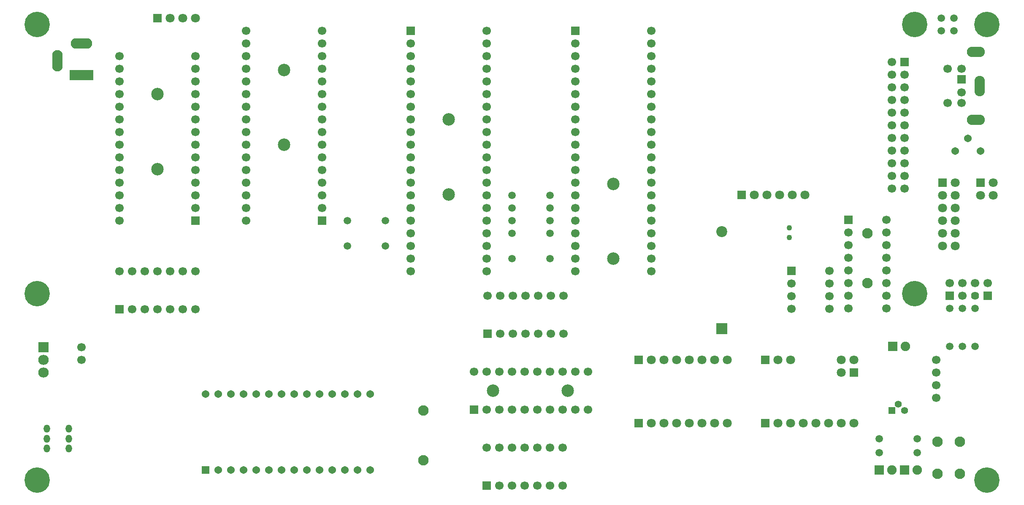
<source format=gbr>
%TF.GenerationSoftware,Novarm,DipTrace,4.3.0.4*%
%TF.CreationDate,2023-05-12T23:22:03+01:00*%
%FSLAX26Y26*%
%MOIN*%
%TF.FileFunction,Soldermask,Bot*%
%TF.Part,Single*%
%ADD16C,0.055118*%
%ADD20R,0.066929X0.066929*%
%ADD21C,0.066929*%
%ADD25C,0.066929*%
%ADD40R,0.070866X0.070866*%
%ADD41C,0.070866*%
%ADD43C,0.082677*%
%ADD52C,0.043307*%
%ADD62C,0.06063*%
%ADD68C,0.086614*%
%ADD69R,0.086614X0.086614*%
%ADD71C,0.074803*%
%ADD72R,0.074803X0.074803*%
%ADD73O,0.082677X0.078937*%
%ADD75R,0.082677X0.078937*%
%ADD77O,0.082677X0.169291*%
%ADD79O,0.169291X0.082677*%
%ADD81R,0.185039X0.082677*%
%ADD83O,0.051181X0.063937*%
%ADD85O,0.082677X0.161417*%
%ADD87O,0.141732X0.082677*%
%ADD89C,0.06063*%
%ADD91R,0.06063X0.06063*%
%ADD93C,0.098425*%
%ADD95C,0.063937*%
%ADD97C,0.059055*%
%ADD98C,0.200787*%
%ADD100R,0.055118X0.055118*%
%ADD102C,0.070866*%
%ADD103C,0.059055*%
G75*
G01*
%LPD*%
D97*
X7950000Y1600000D3*
D103*
Y1900000D3*
D20*
X1193701Y1894488D3*
D21*
X1293701D3*
X1393701D3*
X1493701D3*
X1593701D3*
X1693701D3*
X1793701D3*
Y2194488D3*
X1693701D3*
X1593701D3*
X1493701D3*
X1393701D3*
X1293701D3*
X1193701D3*
D20*
X2794094Y2593701D3*
D21*
Y2693701D3*
Y2793701D3*
Y2893701D3*
Y2993701D3*
Y3093701D3*
Y3193701D3*
Y3293701D3*
Y3393701D3*
Y3493701D3*
Y3593701D3*
Y3693701D3*
Y3793701D3*
Y3893701D3*
Y3993701D3*
Y4093701D3*
X2194094D3*
Y3993701D3*
Y3893701D3*
Y3793701D3*
Y3693701D3*
Y3593701D3*
Y3493701D3*
Y3393701D3*
Y3293701D3*
Y3193701D3*
Y3093701D3*
Y2993701D3*
Y2893701D3*
Y2793701D3*
Y2693701D3*
Y2593701D3*
D97*
X4593701D3*
D103*
X4293701D3*
D20*
X4793701Y4093701D3*
D21*
Y3993701D3*
Y3893701D3*
Y3793701D3*
Y3693701D3*
Y3593701D3*
Y3493701D3*
Y3393701D3*
Y3293701D3*
Y3193701D3*
Y3093701D3*
Y2993701D3*
Y2893701D3*
Y2793701D3*
Y2693701D3*
Y2593701D3*
Y2493701D3*
Y2393701D3*
Y2293701D3*
Y2193701D3*
X5393701D3*
Y2293701D3*
Y2393701D3*
Y2493701D3*
Y2593701D3*
Y2693701D3*
Y2793701D3*
Y2893701D3*
Y2993701D3*
Y3093701D3*
Y3193701D3*
Y3293701D3*
Y3393701D3*
Y3493701D3*
Y3593701D3*
Y3693701D3*
Y3793701D3*
Y3893701D3*
Y3993701D3*
Y4093701D3*
D40*
X6293701Y993701D3*
D102*
X6393701D3*
X6493701D3*
X6593701D3*
X6693701D3*
X6793701D3*
X6893701D3*
X6993701D3*
D40*
X6293701Y1493701D3*
D102*
X6393701D3*
X6493701D3*
D43*
X7655118Y593701D3*
Y849606D3*
X7832283Y593701D3*
Y849606D3*
D40*
X6993701Y1393701D3*
D102*
X6893701D3*
X6993701Y1493701D3*
X6893701D3*
D100*
X7293701Y1093701D3*
D16*
X7343701Y1143701D3*
X7393701Y1093701D3*
D43*
X7100000Y2100000D3*
Y2493701D3*
D40*
X7693701Y2893701D3*
D102*
X7793701D3*
X7693701Y2793701D3*
X7793701D3*
X7693701Y2693701D3*
X7793701D3*
X7693701Y2593701D3*
X7793701D3*
X7693701Y2493701D3*
X7793701D3*
X7693701Y2393701D3*
X7793701D3*
D40*
X6106496Y2796850D3*
D41*
X6206496D3*
X6306496D3*
X6406496D3*
X6506496D3*
X6606496D3*
D98*
X543701Y4143701D3*
Y2017717D3*
X7472835Y4143701D3*
Y2017717D3*
D20*
X7394094Y3848425D3*
D25*
X7294094D3*
X7394094Y3748425D3*
X7294094D3*
X7394094Y3648425D3*
X7294094D3*
X7394094Y3548425D3*
X7294094D3*
X7394094Y3448425D3*
X7294094D3*
X7394094Y3348425D3*
X7294094D3*
X7394094Y3248425D3*
X7294094D3*
X7394094Y3148425D3*
X7294094D3*
X7394094Y3048425D3*
X7294094D3*
X7394094Y2948425D3*
X7294094D3*
X7394094Y2848425D3*
X7294094D3*
D40*
X5293701Y1493701D3*
D102*
X5393701D3*
X5493701D3*
X5593701D3*
X5693701D3*
X5793701D3*
X5893701D3*
X5993701D3*
D20*
X7750000Y2000000D3*
D25*
X7850000D3*
D95*
X7950000D3*
D20*
X8050000D3*
D25*
Y2100000D3*
X7950000D3*
X7850000D3*
X7750000D3*
D20*
X3493307Y4093701D3*
D21*
Y3993701D3*
Y3893701D3*
Y3793701D3*
Y3693701D3*
Y3593701D3*
Y3493701D3*
Y3393701D3*
Y3293701D3*
Y3193701D3*
Y3093701D3*
Y2993701D3*
Y2893701D3*
Y2793701D3*
Y2693701D3*
Y2593701D3*
Y2493701D3*
Y2393701D3*
Y2293701D3*
Y2193701D3*
X4093307D3*
Y2293701D3*
Y2393701D3*
Y2493701D3*
Y2593701D3*
Y2693701D3*
Y2793701D3*
Y2893701D3*
Y2993701D3*
Y3093701D3*
Y3193701D3*
Y3293701D3*
Y3393701D3*
Y3493701D3*
Y3593701D3*
Y3693701D3*
Y3793701D3*
Y3893701D3*
Y3993701D3*
Y4093701D3*
D97*
X2993701Y2593701D3*
D103*
X3293701D3*
D97*
X7850000Y1900000D3*
D103*
Y1600000D3*
D93*
X2494094Y3193701D3*
Y3784252D3*
X4143701Y1250000D3*
X4734252D3*
D20*
X4100000Y1700000D3*
D21*
X4200000D3*
X4300000D3*
X4400000D3*
X4500000D3*
X4600000D3*
X4700000D3*
Y2000000D3*
X4600000D3*
X4500000D3*
X4400000D3*
X4300000D3*
X4200000D3*
X4100000D3*
D97*
X7193701Y871654D3*
D103*
X7493701D3*
D97*
X7683465Y4193701D3*
D103*
Y4093701D3*
D91*
X1875492Y625984D3*
D89*
X1975492D3*
X2075492D3*
X2175492D3*
X2275492D3*
X2375492D3*
X2475492D3*
X2575492D3*
X2675492D3*
X2775492D3*
X2875492D3*
X2975492D3*
X3075492D3*
X3175492D3*
Y1225984D3*
X3075492D3*
X2975492D3*
X2875492D3*
X2775492D3*
X2675492D3*
X2575492D3*
X2475492D3*
X2375492D3*
X2275492D3*
X2175492D3*
X2075492D3*
X1975492D3*
X1875492D3*
D20*
X4093701Y500000D3*
D21*
X4193701D3*
X4293701D3*
X4393701D3*
X4493701D3*
X4593701D3*
X4693701D3*
Y800000D3*
X4593701D3*
X4493701D3*
X4393701D3*
X4293701D3*
X4193701D3*
X4093701D3*
D20*
X7843701Y3711024D3*
D25*
Y3608661D3*
Y3793701D3*
Y3525984D3*
X7733465Y3793701D3*
Y3525984D3*
D87*
X7955906Y3390157D3*
D85*
X7987402Y3659843D3*
D87*
X7955906Y3929528D3*
D97*
X7783465Y4193701D3*
D103*
Y4093701D3*
D97*
X4593701Y2793701D3*
D103*
X4293701D3*
D98*
X543701Y543701D3*
D93*
X1494094Y3593701D3*
Y3003150D3*
D40*
X1493701Y4193701D3*
D102*
X1593701D3*
X1693701D3*
X1793701D3*
D40*
X5293701Y993701D3*
D102*
X5393701D3*
X5493701D3*
X5593701D3*
X5693701D3*
X5793701D3*
X5893701D3*
X5993701D3*
D83*
X620472Y872441D3*
X793701D3*
X620472Y951181D3*
Y793701D3*
X793701Y951181D3*
Y793701D3*
D81*
X893701Y3745669D3*
D79*
Y3993701D3*
D77*
X704724Y3859843D3*
D75*
X593701Y1593701D3*
D73*
Y1493701D3*
Y1393701D3*
D25*
X7643701Y1195276D3*
Y1293701D3*
D72*
X7300000Y1600000D3*
D71*
X7400000D3*
D97*
X7493701Y760236D3*
D103*
X7193701D3*
D97*
X4593701Y2293701D3*
D103*
X4293701D3*
D97*
X4593701Y2493701D3*
D103*
X4293701D3*
D69*
X5950000Y1741808D3*
D68*
Y2509525D3*
D20*
X6500394Y2199606D3*
D21*
Y2099606D3*
Y1999606D3*
Y1899606D3*
X6800394D3*
Y1999606D3*
Y2099606D3*
Y2199606D3*
D25*
X893701Y1593701D3*
Y1495276D3*
D20*
X3993701Y1100000D3*
D21*
X4093701D3*
X4193701D3*
X4293701D3*
X4393701D3*
X4493701D3*
X4593701D3*
X4693701D3*
X4793701D3*
X4893701D3*
Y1400000D3*
X4793701D3*
X4693701D3*
X4593701D3*
X4493701D3*
X4393701D3*
X4293701D3*
X4193701D3*
X4093701D3*
X3993701D3*
D43*
X3594685Y700984D3*
Y1094685D3*
D20*
X6950000Y2600000D3*
D21*
Y2500000D3*
Y2400000D3*
Y2300000D3*
Y2200000D3*
Y2100000D3*
Y2000000D3*
Y1900000D3*
X7250000D3*
Y2000000D3*
Y2100000D3*
Y2200000D3*
Y2300000D3*
Y2400000D3*
Y2500000D3*
Y2600000D3*
D72*
X7393701Y624606D3*
D71*
X7493701D3*
D98*
X8043701Y543701D3*
D72*
X7193701Y624606D3*
D71*
X7293701D3*
D62*
X7793701Y3143701D3*
X7893701Y3243701D3*
X7993701Y3143701D3*
D97*
X7750000Y1600000D3*
D103*
Y1900000D3*
D52*
X6482677Y2462598D3*
Y2537402D3*
D20*
X1794094Y2593701D3*
D21*
Y2693701D3*
Y2793701D3*
Y2893701D3*
Y2993701D3*
Y3093701D3*
Y3193701D3*
Y3293701D3*
Y3393701D3*
Y3493701D3*
Y3593701D3*
Y3693701D3*
Y3793701D3*
Y3893701D3*
X1194094D3*
Y3793701D3*
Y3693701D3*
Y3593701D3*
Y3493701D3*
Y3393701D3*
Y3293701D3*
Y3193701D3*
Y3093701D3*
Y2993701D3*
Y2893701D3*
Y2793701D3*
Y2693701D3*
Y2593701D3*
D98*
X8043701Y4143701D3*
D40*
X7993701Y2893701D3*
D102*
X8093701D3*
X7993701Y2793701D3*
X8093701D3*
D93*
X5093701Y2293701D3*
Y2884252D3*
D97*
X4593701Y2693701D3*
D103*
X4293701D3*
D97*
X2993701Y2393701D3*
D103*
X3293701D3*
D93*
X3793307Y3393701D3*
Y2803150D3*
D25*
X7643701Y1395276D3*
Y1493701D3*
M02*

</source>
